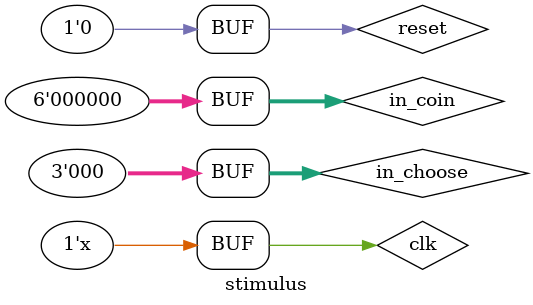
<source format=v>
module stimulus;

reg clk, reset ;
reg[5:0] in_coin ; // 投錢
reg[2:0] in_choose ; //選飲料
wire[7:0] out_nowMoney ; // 現在投了多少$
wire[2:0] out_canbuy, out_drink ; // 顯示可購買飲料(S1), 選擇的飲料(S2)
wire[7:0] out_coin ;  // 找錢 (S3)

auto_Seller buy(clk, reset, in_coin, in_choose, 
				out_nowMoney, out_canbuy, out_drink, out_coin) ;
				
initial clk = 1'b1;
always #5 clk = ~clk;

initial
begin
// ----------歸0---------- //
reset = 1'b0;
in_choose = 3'b000 ; 
in_coin = 6'd0 ; 

// ----------狀況1---------- //  共投15元，買10元飲料，找零5元
in_coin = 6'd5 ; // 投5
#10 // S0
in_coin = 6'd10 ; // 投10
#10 // S1
in_choose = 3'b001 ; // input選A飲料   // output可選15塊以下飲料
in_coin = 6'd0 ;     // 沒投錢
#10 // S2  // output給予A飲料
#10 // S3  // output找零 5塊
in_choose = 3'b000 ; // 選擇歸0
#30 // S0
// ------------------------- //

// ----------狀況2---------- //  共投20元，買20元飲料，找零0元
in_coin = 6'd10 ;  // 投10
#10 // S1
in_choose = 3'b000 ; // 沒選擇
#10 // S0
in_coin = 6'd10 ;  // 投10
#10 // S1
in_choose = 3'b011 ; // input選C飲料  // output可選20塊以下飲料
in_coin = 6'd0 ;     // 沒投錢
#10 // S2  // output給予C飲料
#10 // S3  // output找零 0塊
in_choose = 3'b000 ; // 選擇歸0
#30 // S0
// ------------------------- //

// ----------狀況3---------- //  共投66元，買25元飲料，找零41元
in_coin = 6'd5 ;  // 投5
#10 // S0
in_coin = 6'd1 ;  // 投1
#10 // S0
in_coin = 6'd10 ;  // 投10
#10 // S1
in_choose = 3'b000 ; // 沒選擇  	  // output可選15塊以下飲料
#10 // S0
in_coin = 6'd50 ;  // 投50
#10 // S1
in_choose = 3'b100 ; // input選D飲料  // output可選25塊以下飲料
in_coin = 6'd0 ;     // 沒投錢
#10 // S2  // output給予D飲料
#10 // S3  // output找零 41塊
in_choose = 3'b000 ; // 選擇歸0
#30 // S0
// ------------------------- //

// ----------狀況4---------- //  共投47元，退幣，找零47元
in_coin = 6'd5 ;  // 投5
#10 // S0
in_coin = 6'd10 ;  // 投10
#10 // S1
in_choose = 3'b000 ; // 沒選擇		  // output可選15塊以下飲料
#10 // S0
in_coin = 6'd10 ;  // 投10
#10 // S1
in_choose = 3'b000 ; // 沒選擇		  // output可選25塊以下飲料
#10 // S0
in_coin = 6'd1 ;  // 投1
#10 // S1
in_choose = 3'b000 ; // 沒選擇		  // output可選25塊以下飲料
#10 // S0
in_coin = 6'd10 ;  // 投10
#10 // S1
in_choose = 3'b000 ; // 沒選擇		  // output可選25塊以下飲料
#10 // S0
in_coin = 6'd10 ;  // 投10
#10 // S1
in_choose = 3'b000 ; // 沒選擇		  // output可選25塊以下飲料
#10 // S0
in_coin = 6'd1 ;  // 投1
#10 // S1
in_choose = 3'b000 ; // 沒選擇		  // output可選25塊以下飲料
#10 // S0
in_coin = 6'd0 ;     // 沒投錢
#10 // S3
reset = 1'b1 ;    // 退幣			  // output找零 47塊
#10 // S0
reset = 1'b0 ; 	  // 退幣訊號歸0      
// ------------------------- //

end
endmodule
</source>
